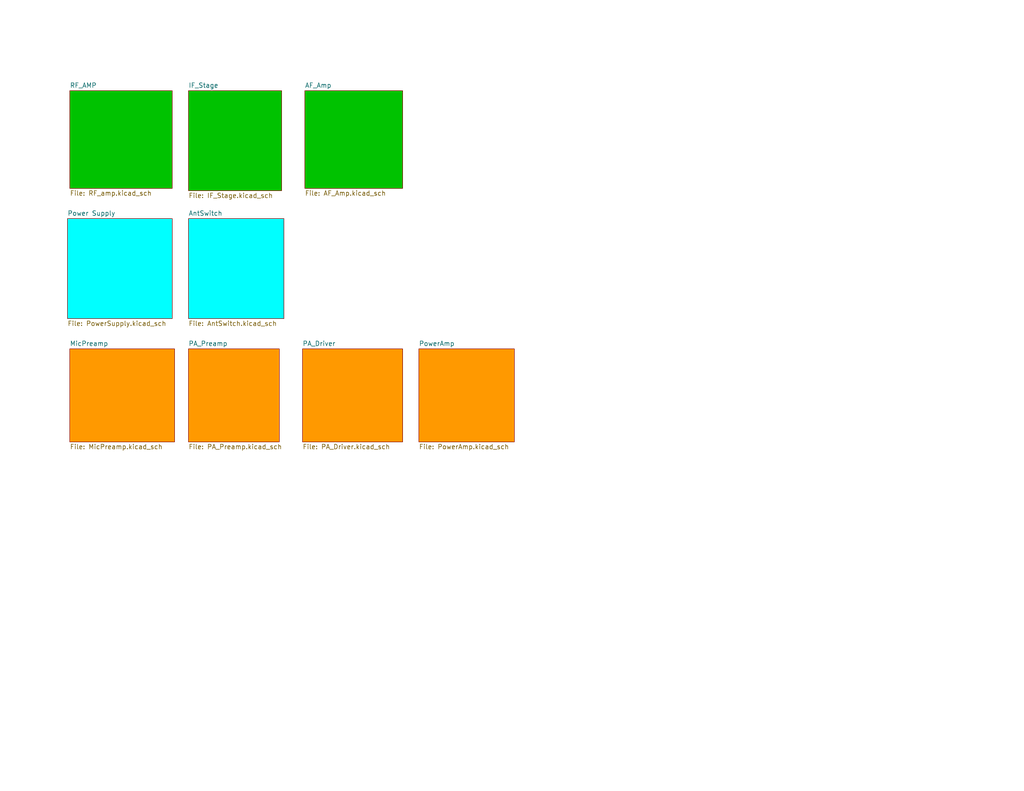
<source format=kicad_sch>
(kicad_sch (version 20211123) (generator eeschema)
  (paper "A")
  (title_block (title "Phoenix 612 Transceiver") (date "2022-08-31") (rev "0.1a") (company "DATER (Dave Peter)"))
  (lib_symbols)
  (sheet (at 114.3 95.25) (size 26.035 25.4) (stroke (width 0.1524)) (fill (color 255 153 0 1.0000))
    (property "Sheet name" "PowerAmp" (at 114.3 94.5384 0) (effects (justify left bottom)))
    (property "Sheet file" "PowerAmp.kicad_sch" (at 114.3 121.2346 0) (effects (justify left top)))
  )
  (sheet (at 83.185 24.765) (size 26.67 26.67) (stroke (width 0.1524)) (fill (color 0 194 0 1.0000))
    (property "Sheet name" "AF_Amp" (at 83.185 24.0534 0) (effects (justify left bottom)))
    (property "Sheet file" "AF_Amp.kicad_sch" (at 83.185 52.0196 0) (effects (justify left top)))
  )
  (sheet (at 51.435 59.69) (size 26.035 27.305) (stroke (width 0.1524)) (fill (color 0 255 255 1.0000))
    (property "Sheet name" "AntSwitch" (at 51.435 58.9784 0) (effects (justify left bottom)))
    (property "Sheet file" "AntSwitch.kicad_sch" (at 51.435 87.5796 0) (effects (justify left top)))
  )
  (sheet (at 19.05 24.765) (size 27.94 26.67) (stroke (width 0.1524)) (fill (color 0 194 0 1.0000))
    (property "Sheet name" "RF_AMP" (at 19.05 24.0534 0) (effects (justify left bottom)))
    (property "Sheet file" "RF_amp.kicad_sch" (at 19.05 52.0196 0) (effects (justify left top)))
  )
  (sheet (at 19.05 95.25) (size 28.575 25.4) (stroke (width 0.1524)) (fill (color 255 153 0 1.0000))
    (property "Sheet name" "MicPreamp" (at 19.05 94.5384 0) (effects (justify left bottom)))
    (property "Sheet file" "MicPreamp.kicad_sch" (at 19.05 121.2346 0) (effects (justify left top)))
  )
  (sheet (at 51.435 95.25) (size 24.765 25.4) (stroke (width 0.1524)) (fill (color 255 153 0 1.0000))
    (property "Sheet name" "PA_Preamp" (at 51.435 94.5384 0) (effects (justify left bottom)))
    (property "Sheet file" "PA_Preamp.kicad_sch" (at 51.435 121.2346 0) (effects (justify left top)))
  )
  (sheet (at 51.435 24.765) (size 25.4 27.305) (stroke (width 0.1524)) (fill (color 0 194 0 1.0000))
    (property "Sheet name" "IF_Stage" (at 51.435 24.0534 0) (effects (justify left bottom)))
    (property "Sheet file" "IF_Stage.kicad_sch" (at 51.435 52.6546 0) (effects (justify left top)))
  )
  (sheet (at 82.55 95.25) (size 27.305 25.4) (stroke (width 0.1524)) (fill (color 255 153 0 1.0000))
    (property "Sheet name" "PA_Driver" (at 82.55 94.5384 0) (effects (justify left bottom)))
    (property "Sheet file" "PA_Driver.kicad_sch" (at 82.55 121.2346 0) (effects (justify left top)))
  )
  (sheet (at 18.415 59.69) (size 28.575 27.305) (stroke (width 0.1524)) (fill (color 0 255 255 1.0000))
    (property "Sheet name" "Power Supply" (at 18.415 58.9784 0) (effects (justify left bottom)))
    (property "Sheet file" "PowerSupply.kicad_sch" (at 18.415 87.5796 0) (effects (justify left top)))
  )
)
</source>
